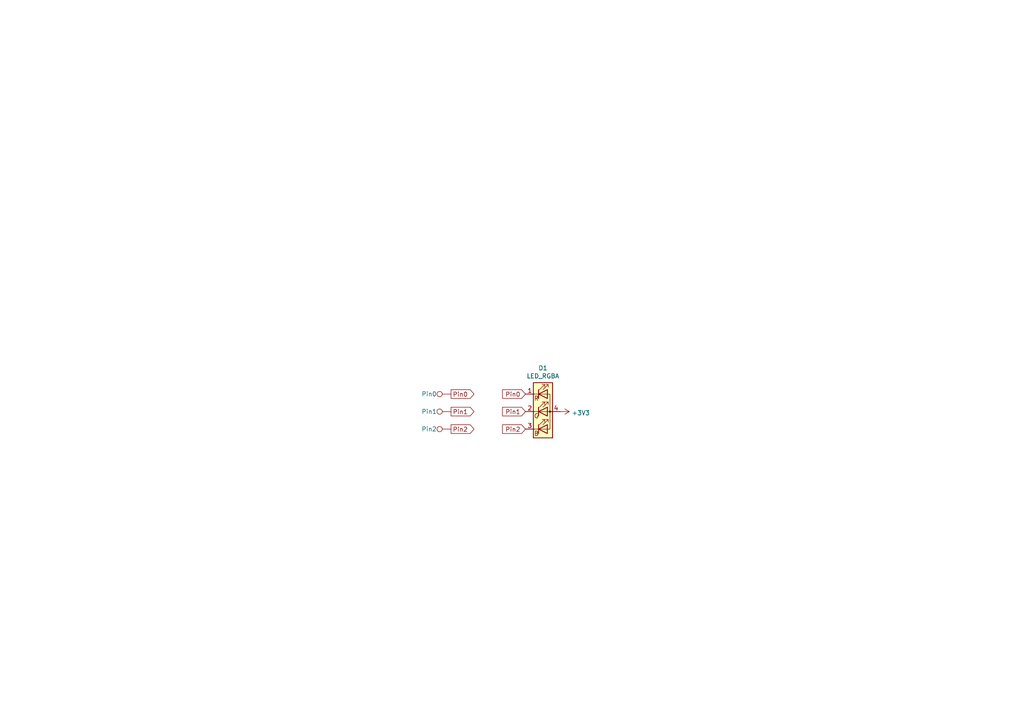
<source format=kicad_sch>
(kicad_sch (version 20211123) (generator eeschema)
  (paper "A4")
  (lib_symbols
    (symbol "Connector:TestPoint" (pin_numbers hide) (pin_names (offset 0.762) hide)
      (property "Reference" "TP" (at 0 6.858 0))
      (property "Value" "TestPoint" (at 0 5.08 0))
      (symbol "TestPoint_0_1"
        (circle (center 0 3.302) (radius 0.762))
      )
      (symbol "TestPoint_1_1"
        (pin passive line (at 0 0 90) (length 2.54) (name "1") (number "1"))
      )
    )
    (symbol "Device:LED_RGBA" (pin_names (offset 0) hide)
      (property "Reference" "D" (at 0 9.398 0))
      (property "Value" "LED_RGBA" (at 0 -8.89 0))
      (symbol "LED_RGBA_0_0"
        (text "B" (at -1.905 -6.35 0) (effects (font (size 1.27 1.27))))
        (text "G" (at -1.905 -1.27 0) (effects (font (size 1.27 1.27))))
        (text "R" (at -1.905 3.81 0) (effects (font (size 1.27 1.27))))
      )
      (symbol "LED_RGBA_0_1"
        (polyline (pts (xy -1.27 -5.08) (xy -2.54 -5.08)))
        (polyline (pts (xy -1.27 -5.08) (xy 1.27 -5.08)))
        (polyline (pts (xy -1.27 -3.81) (xy -1.27 -6.35)) (stroke (width 0.254)))
        (polyline (pts (xy -1.27 0) (xy -2.54 0)))
        (polyline (pts (xy -1.27 1.27) (xy -1.27 -1.27)) (stroke (width 0.254)))
        (polyline (pts (xy -1.27 5.08) (xy -2.54 5.08)))
        (polyline (pts (xy -1.27 5.08) (xy 1.27 5.08)))
        (polyline (pts (xy -1.27 6.35) (xy -1.27 3.81)) (stroke (width 0.254)))
        (polyline (pts (xy 1.27 0) (xy -1.27 0)))
        (polyline (pts (xy 1.27 0) (xy 2.54 0)))
        (polyline (pts (xy -1.27 1.27) (xy -1.27 -1.27) (xy -1.27 -1.27)))
        (polyline (pts (xy -1.27 6.35) (xy -1.27 3.81) (xy -1.27 3.81)))
        (polyline (pts (xy 1.27 -5.08) (xy 2.032 -5.08) (xy 2.032 5.08) (xy 1.27 5.08)))
        (polyline (pts (xy 1.27 -3.81) (xy 1.27 -6.35) (xy -1.27 -5.08) (xy 1.27 -3.81)) (stroke (width 0.254)))
        (polyline (pts (xy 1.27 1.27) (xy 1.27 -1.27) (xy -1.27 0) (xy 1.27 1.27)) (stroke (width 0.254)))
        (polyline (pts (xy 1.27 6.35) (xy 1.27 3.81) (xy -1.27 5.08) (xy 1.27 6.35)) (stroke (width 0.254)))
        (polyline (pts (xy -1.016 -3.81) (xy 0.508 -2.286) (xy -0.254 -2.286) (xy 0.508 -2.286) (xy 0.508 -3.048)))
        (polyline (pts (xy -1.016 1.27) (xy 0.508 2.794) (xy -0.254 2.794) (xy 0.508 2.794) (xy 0.508 2.032)))
        (polyline (pts (xy -1.016 6.35) (xy 0.508 7.874) (xy -0.254 7.874) (xy 0.508 7.874) (xy 0.508 7.112)))
        (polyline (pts (xy 0 -3.81) (xy 1.524 -2.286) (xy 0.762 -2.286) (xy 1.524 -2.286) (xy 1.524 -3.048)))
        (polyline (pts (xy 0 1.27) (xy 1.524 2.794) (xy 0.762 2.794) (xy 1.524 2.794) (xy 1.524 2.032)))
        (polyline (pts (xy 0 6.35) (xy 1.524 7.874) (xy 0.762 7.874) (xy 1.524 7.874) (xy 1.524 7.112)))
        (rectangle (start 1.27 -1.27) (end 1.27 1.27))
        (rectangle (start 1.27 1.27) (end 1.27 1.27))
        (rectangle (start 1.27 3.81) (end 1.27 6.35))
        (rectangle (start 1.27 6.35) (end 1.27 6.35))
        (circle (center 2.032 0) (radius 0.254) (fill (type outline)))
        (rectangle (start 2.794 8.382) (end -2.794 -7.62) (stroke (width 0.254)) (fill (type background)))
      )
      (symbol "LED_RGBA_1_1"
        (pin passive line (at -5.08 5.08 0) (length 2.54) (name "RK") (number "1"))
        (pin passive line (at -5.08 0 0) (length 2.54) (name "GK") (number "2"))
        (pin passive line (at -5.08 -5.08 0) (length 2.54) (name "BK") (number "3"))
        (pin passive line (at 5.08 0 180) (length 2.54) (name "A") (number "4"))
      )
    )
    (symbol "power:+3V3" (power) (pin_names (offset 0))
      (property "Value" "+3V3" (at 0 3.556 0))
      (symbol "+3V3_0_1"
        (polyline (pts (xy -0.762 1.27) (xy 0 2.54)))
        (polyline (pts (xy 0 0) (xy 0 2.54)))
        (polyline (pts (xy 0 2.54) (xy 0.762 1.27)))
      )
      (symbol "+3V3_1_1"
        (pin power_in line (at 0 0 90) (length 0) hide (name "+3V3") (number "1"))
      )
    )
  )
  (global_label "Pin0" (shape input) (at 152.4 114.3 180) (property "Intersheet References" "${INTERSHEET_REFS}" (effects hide)))
  (global_label "Pin2" (shape output) (at 130.81 124.46 0) (property "Intersheet References" "${INTERSHEET_REFS}" (effects hide)))
  (global_label "Pin0" (shape output) (at 130.81 114.3 0) (property "Intersheet References" "${INTERSHEET_REFS}" (effects hide)))
  (global_label "Pin1" (shape input) (at 152.4 119.38 180) (property "Intersheet References" "${INTERSHEET_REFS}" (effects hide)))
  (global_label "Pin1" (shape output) (at 130.81 119.38 0) (property "Intersheet References" "${INTERSHEET_REFS}" (effects hide)))
  (global_label "Pin2" (shape input) (at 152.4 124.46 180) (property "Intersheet References" "${INTERSHEET_REFS}" (effects hide)))
  (symbol (lib_id "Connector:TestPoint") (at 130.81 114.3 90) (unit 1) (in_bom no)
    (property "Reference" "Pin0" (at 124.46 114.3 90))
    (property "Value" "TestPoint" (effects hide))
    (property "Footprint" "TestPoint:TestPoint_Pad_D1.5mm" (effects hide))
  )
  (symbol (lib_id "Device:LED_RGBA") (at 157.48 119.38 0) (unit 1)
    (property "Reference" "D1" (at 157.48 106.7562 0))
    (property "Value" "LED_RGBA" (at 157.48 109.0676 0))
    (property "Footprint" "LED_SMD:LED_Cree-PLCC4_3.2x2.8mm_CCW" (effects hide))
  )
  (symbol (lib_id "power:+3V3") (at 162.56 119.38 270) (unit 1)
    (property "Reference" "#PWR0101" (effects hide))
    (property "Value" "+3V3" (at 165.8112 119.761 90) (effects (justify left)))
  )
  (symbol (lib_id "Connector:TestPoint") (at 130.81 119.38 90) (unit 1) (in_bom no)
    (property "Reference" "Pin1" (at 124.46 119.38 90))
    (property "Value" "TestPoint" (effects hide))
    (property "Footprint" "TestPoint:TestPoint_Pad_D1.5mm" (effects hide))
  )
  (symbol (lib_id "Connector:TestPoint") (at 130.81 124.46 90) (unit 1) (in_bom no)
    (property "Reference" "Pin2" (at 124.46 124.46 90))
    (property "Value" "TestPoint" (effects hide))
    (property "Footprint" "TestPoint:TestPoint_Pad_D1.5mm" (effects hide))
  )
)
</source>
